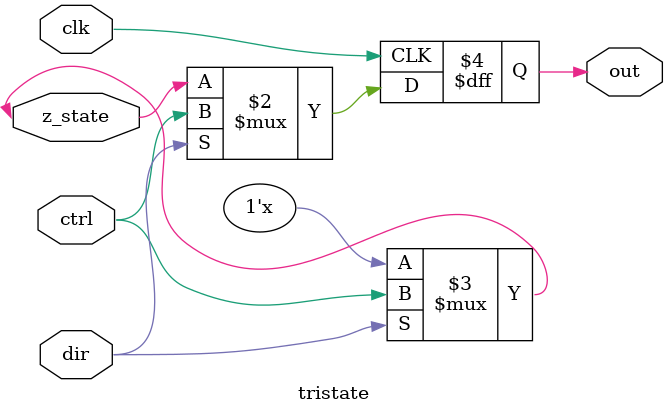
<source format=v>

module tristate(
  input wire clk,
  input wire dir, ctrl,
  output reg out,
  inout wire z_state
);
  always @(posedge clk) begin
    out <= dir ? ctrl : z_state;
  end

  assign z_state = dir ? ctrl : 1'bz;
endmodule

</source>
